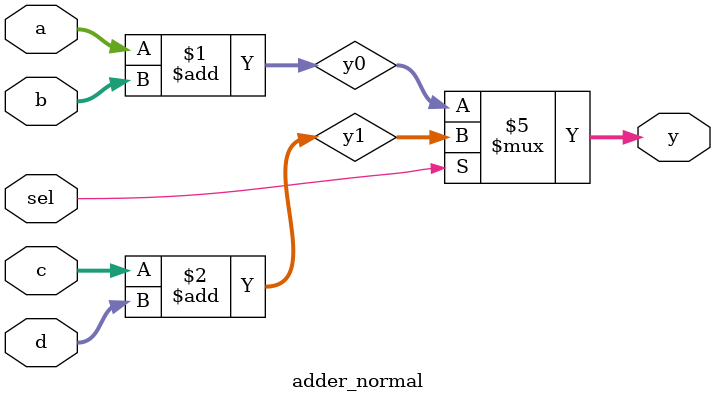
<source format=v>
module adder_normal (a,b,c,d,sel,y);

	input [7:0] a,b,c,d;
	input sel;
	output [7:0] y;
	wire [7:0] y0, y1;
	
	assign y0 = a+b;
	assign y1 = c+d;
	assign y = (sel==0)?y0:+y1;
endmodule

</source>
